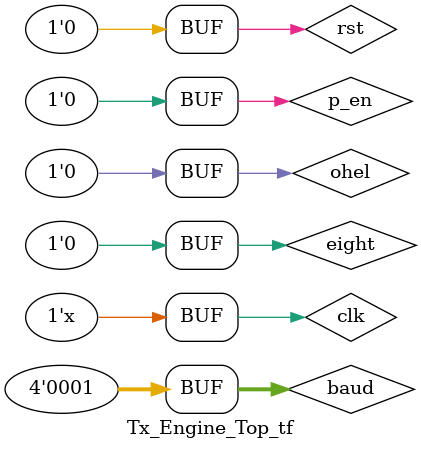
<source format=v>
`timescale 1ns / 1ps


module Tx_Engine_Top_tf;

	// Inputs
	reg clk;
	reg rst;
	reg [3:0] baud;
	reg eight;
	reg p_en;
	reg ohel;

	// Outputs
	wire [15:0] led;
	wire tx;

	// Instantiate the Unit Under Test (UUT)
	Tx_Engine_Top uut (
		.clk(clk), 
		.rst(rst), 
		.baud(baud), 
		.eight(eight), 
		.p_en(p_en), 
		.ohel(ohel), 
		.led(led), 
		.tx(tx)
	);

     always #5 clk = ~clk;
	initial begin
		// Initialize Inputs
		clk = 0;
		rst = 1;
		baud = 0;
		eight = 0;
		p_en = 0;
		ohel = 0;

		// Wait 100 ns for global reset to finish
		#100;
          
          rst = 0;
          #100;
          
          baud = 4'b0001;
        
		// Add stimulus here

	end
      
endmodule


</source>
